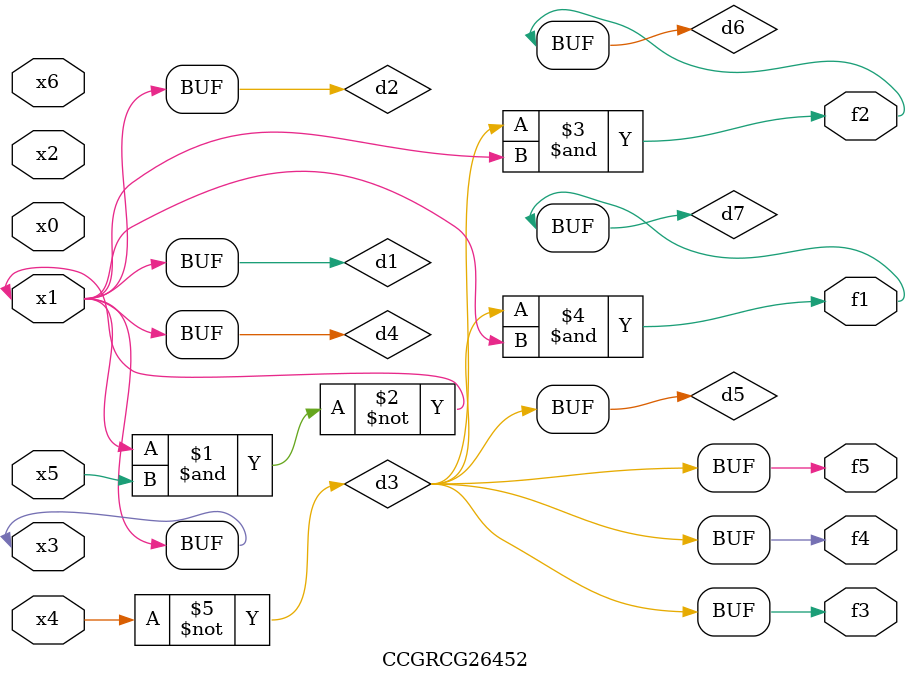
<source format=v>
module CCGRCG26452(
	input x0, x1, x2, x3, x4, x5, x6,
	output f1, f2, f3, f4, f5
);

	wire d1, d2, d3, d4, d5, d6, d7;

	buf (d1, x1, x3);
	nand (d2, x1, x5);
	not (d3, x4);
	buf (d4, d1, d2);
	buf (d5, d3);
	and (d6, d3, d4);
	and (d7, d3, d4);
	assign f1 = d7;
	assign f2 = d6;
	assign f3 = d5;
	assign f4 = d5;
	assign f5 = d5;
endmodule

</source>
